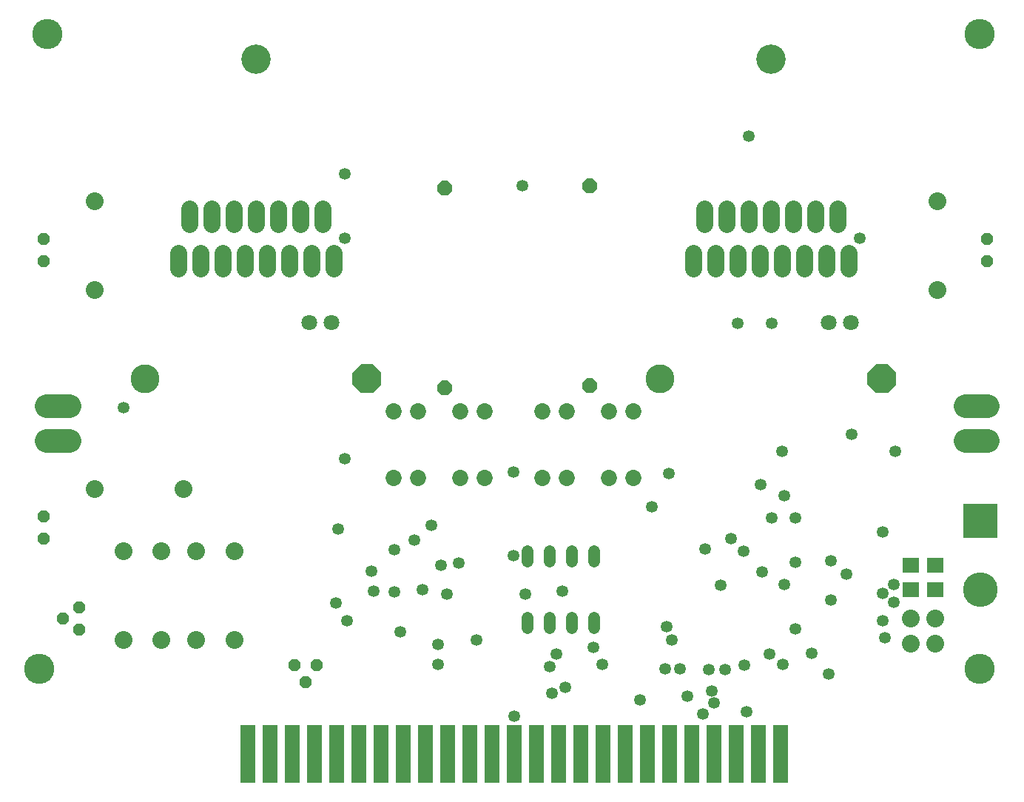
<source format=gbs>
G75*
G70*
%OFA0B0*%
%FSLAX24Y24*%
%IPPOS*%
%LPD*%
%AMOC8*
5,1,8,0,0,1.08239X$1,22.5*
%
%ADD10C,0.0769*%
%ADD11C,0.1064*%
%ADD12C,0.0729*%
%ADD13OC8,0.0540*%
%ADD14C,0.0800*%
%ADD15OC8,0.0660*%
%ADD16C,0.0710*%
%ADD17C,0.1300*%
%ADD18OC8,0.1300*%
%ADD19R,0.1560X0.1560*%
%ADD20C,0.1560*%
%ADD21C,0.1360*%
%ADD22R,0.0660X0.2610*%
%ADD23C,0.1320*%
%ADD24C,0.0540*%
%ADD25R,0.0769X0.0690*%
%ADD26C,0.0532*%
D10*
X008224Y025652D02*
X008224Y026360D01*
X009224Y026360D02*
X009224Y025652D01*
X010224Y025652D02*
X010224Y026360D01*
X011224Y026360D02*
X011224Y025652D01*
X012224Y025652D02*
X012224Y026360D01*
X013224Y026360D02*
X013224Y025652D01*
X014224Y025652D02*
X014224Y026360D01*
X015224Y026360D02*
X015224Y025652D01*
X014724Y027652D02*
X014724Y028360D01*
X013724Y028360D02*
X013724Y027652D01*
X012724Y027652D02*
X012724Y028360D01*
X011724Y028360D02*
X011724Y027652D01*
X010724Y027652D02*
X010724Y028360D01*
X009724Y028360D02*
X009724Y027652D01*
X008724Y027652D02*
X008724Y028360D01*
X031453Y026360D02*
X031453Y025652D01*
X032453Y025652D02*
X032453Y026360D01*
X033453Y026360D02*
X033453Y025652D01*
X034453Y025652D02*
X034453Y026360D01*
X035453Y026360D02*
X035453Y025652D01*
X036453Y025652D02*
X036453Y026360D01*
X037453Y026360D02*
X037453Y025652D01*
X038453Y025652D02*
X038453Y026360D01*
X037953Y027652D02*
X037953Y028360D01*
X036953Y028360D02*
X036953Y027652D01*
X035953Y027652D02*
X035953Y028360D01*
X034953Y028360D02*
X034953Y027652D01*
X033953Y027652D02*
X033953Y028360D01*
X032953Y028360D02*
X032953Y027652D01*
X031953Y027652D02*
X031953Y028360D01*
D11*
X043716Y019471D02*
X044720Y019471D01*
X044720Y017911D02*
X043716Y017911D01*
X003323Y017911D02*
X002319Y017911D01*
X002319Y019471D02*
X003323Y019471D01*
D12*
X017934Y019241D03*
X019034Y019241D03*
X020934Y019241D03*
X022034Y019241D03*
X024634Y019241D03*
X025734Y019241D03*
X027634Y019241D03*
X028734Y019241D03*
X028734Y016241D03*
X027634Y016241D03*
X025734Y016241D03*
X024634Y016241D03*
X022034Y016241D03*
X020934Y016241D03*
X019034Y016241D03*
X017934Y016241D03*
D13*
X014484Y007791D03*
X013984Y007041D03*
X013484Y007791D03*
X003784Y009391D03*
X003034Y009891D03*
X003784Y010391D03*
X002184Y013491D03*
X002184Y014491D03*
X002184Y025991D03*
X002184Y026991D03*
X044684Y026991D03*
X044684Y025991D03*
D14*
X042434Y024691D03*
X042434Y028691D03*
X042334Y009911D03*
X041234Y009911D03*
X041234Y008771D03*
X042334Y008771D03*
X010784Y008941D03*
X009034Y008941D03*
X007484Y008941D03*
X005784Y008941D03*
X005784Y012941D03*
X007484Y012941D03*
X009034Y012941D03*
X010784Y012941D03*
X008484Y015741D03*
X004484Y015741D03*
X004484Y024691D03*
X004484Y028691D03*
D15*
X020234Y029291D03*
X026784Y029391D03*
X026784Y020391D03*
X020234Y020291D03*
D16*
X015134Y023241D03*
X014134Y023241D03*
X037534Y023241D03*
X038534Y023241D03*
D17*
X029944Y020691D03*
X006724Y020691D03*
D18*
X016724Y020691D03*
X039944Y020691D03*
D19*
X044369Y014311D03*
D20*
X044369Y011206D03*
D21*
X001984Y007628D03*
X002324Y036240D03*
X044323Y036240D03*
X044323Y007628D03*
D22*
X035378Y003800D03*
X034378Y003800D03*
X033378Y003800D03*
X032378Y003800D03*
X031378Y003800D03*
X030378Y003800D03*
X029378Y003800D03*
X028378Y003800D03*
X027378Y003800D03*
X026378Y003800D03*
X025378Y003800D03*
X024378Y003800D03*
X023378Y003800D03*
X022378Y003800D03*
X021378Y003800D03*
X020378Y003800D03*
X019378Y003800D03*
X018378Y003800D03*
X017378Y003800D03*
X016378Y003800D03*
X015378Y003800D03*
X014378Y003800D03*
X013378Y003800D03*
X012378Y003800D03*
X011378Y003800D03*
D23*
X011724Y035116D03*
X034953Y035116D03*
D24*
X026984Y012931D02*
X026984Y012451D01*
X025984Y012451D02*
X025984Y012931D01*
X024984Y012931D02*
X024984Y012451D01*
X023984Y012451D02*
X023984Y012931D01*
X023984Y009931D02*
X023984Y009451D01*
X024984Y009451D02*
X024984Y009931D01*
X025984Y009931D02*
X025984Y009451D01*
X026984Y009451D02*
X026984Y009931D01*
D25*
X041234Y011190D03*
X042334Y011190D03*
X042334Y012292D03*
X041234Y012292D03*
D26*
X040484Y011441D03*
X039984Y011041D03*
X040484Y010641D03*
X039984Y009791D03*
X040084Y009041D03*
X037634Y010741D03*
X038334Y011891D03*
X037634Y012491D03*
X036034Y012441D03*
X035534Y011441D03*
X034534Y011991D03*
X033694Y012941D03*
X033134Y013491D03*
X031984Y013041D03*
X032684Y011391D03*
X030234Y009541D03*
X030484Y008941D03*
X030184Y007641D03*
X030834Y007641D03*
X031184Y006391D03*
X031884Y005591D03*
X032384Y006091D03*
X032284Y006641D03*
X032134Y007591D03*
X032884Y007591D03*
X033734Y007791D03*
X034884Y008291D03*
X035484Y007841D03*
X036784Y008341D03*
X037534Y007391D03*
X036034Y009441D03*
X033834Y005691D03*
X029034Y006241D03*
X027334Y007841D03*
X026934Y008591D03*
X025284Y008291D03*
X024984Y007741D03*
X025684Y006791D03*
X025084Y006541D03*
X023384Y005491D03*
X019934Y007841D03*
X019934Y008741D03*
X021684Y008941D03*
X020334Y010991D03*
X019234Y011191D03*
X017984Y011091D03*
X017034Y011141D03*
X016934Y012041D03*
X017984Y012991D03*
X018884Y013441D03*
X019634Y014091D03*
X020884Y012391D03*
X020084Y012291D03*
X023334Y012741D03*
X023884Y010991D03*
X025534Y011141D03*
X029584Y014941D03*
X030334Y016441D03*
X034484Y015941D03*
X035534Y015441D03*
X036034Y014441D03*
X034984Y014441D03*
X035434Y017441D03*
X038584Y018191D03*
X040534Y017441D03*
X039984Y013791D03*
X034984Y023191D03*
X033434Y023191D03*
X038934Y027041D03*
X033934Y031641D03*
X023734Y029391D03*
X015734Y029941D03*
X015734Y027041D03*
X005784Y019391D03*
X015434Y013941D03*
X015734Y017091D03*
X023334Y016491D03*
X015334Y010591D03*
X015834Y009791D03*
X018234Y009291D03*
M02*

</source>
